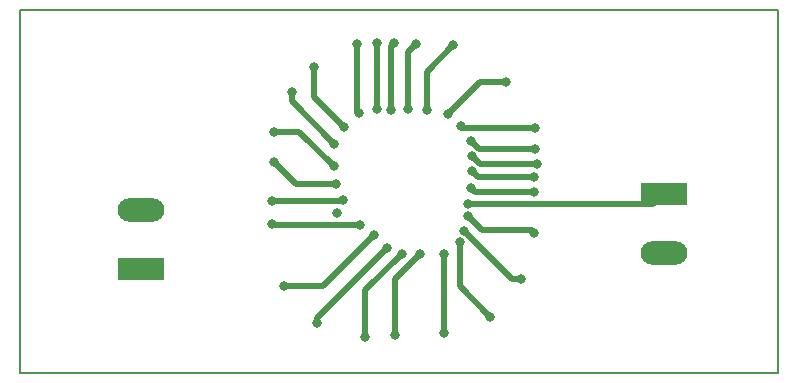
<source format=gbr>
%TF.GenerationSoftware,KiCad,Pcbnew,(6.0.9)*%
%TF.CreationDate,2022-11-24T21:30:43+02:00*%
%TF.ProjectId,transformer,7472616e-7366-46f7-926d-65722e6b6963,rev?*%
%TF.SameCoordinates,Original*%
%TF.FileFunction,Copper,L1,Top*%
%TF.FilePolarity,Positive*%
%FSLAX46Y46*%
G04 Gerber Fmt 4.6, Leading zero omitted, Abs format (unit mm)*
G04 Created by KiCad (PCBNEW (6.0.9)) date 2022-11-24 21:30:43*
%MOMM*%
%LPD*%
G01*
G04 APERTURE LIST*
%TA.AperFunction,Profile*%
%ADD10C,0.150000*%
%TD*%
%TA.AperFunction,ComponentPad*%
%ADD11R,3.960000X1.980000*%
%TD*%
%TA.AperFunction,ComponentPad*%
%ADD12O,3.960000X1.980000*%
%TD*%
%TA.AperFunction,ViaPad*%
%ADD13C,0.800000*%
%TD*%
%TA.AperFunction,Conductor*%
%ADD14C,0.500000*%
%TD*%
G04 APERTURE END LIST*
D10*
X102514400Y-135915400D02*
X166674800Y-135915400D01*
X166674800Y-135915400D02*
X166674800Y-166624000D01*
X166674800Y-166624000D02*
X102514400Y-166624000D01*
X102514400Y-166624000D02*
X102514400Y-135915400D01*
D11*
%TO.P,J2,1,Pin_1*%
%TO.N,Net-(J2-Pad1)*%
X157048200Y-151434800D03*
D12*
%TO.P,J2,2,Pin_2*%
X157048200Y-156434800D03*
%TD*%
D11*
%TO.P,J1,1,Pin_1*%
%TO.N,Net-(J1-Pad1)*%
X112750600Y-157810200D03*
D12*
%TO.P,J1,2,Pin_2*%
X112750600Y-152810200D03*
%TD*%
D13*
%TO.N,Net-(J2-Pad1)*%
X140462000Y-153365200D03*
X146050000Y-154736800D03*
X140081000Y-154584400D03*
X139750800Y-155524200D03*
X142341600Y-161848800D03*
X138404600Y-156514800D03*
X138404600Y-163245800D03*
X136372600Y-156554300D03*
X134289800Y-163449000D03*
X124841000Y-159232600D03*
X129895600Y-151942800D03*
X131749800Y-163576000D03*
X123875800Y-152069800D03*
X134874000Y-156514800D03*
X133629400Y-156006800D03*
X129068700Y-149123400D03*
X129311400Y-150596600D03*
X129133600Y-147243800D03*
X124042300Y-146202400D03*
X125523012Y-142795012D03*
X127660400Y-162407600D03*
X129971800Y-145796000D03*
X124042300Y-148767800D03*
X123875800Y-154025600D03*
X127431800Y-140716000D03*
X131296388Y-154098012D03*
X131241800Y-144653000D03*
X144983200Y-158699200D03*
X131089400Y-138734800D03*
X132715000Y-144297400D03*
X132461000Y-154965400D03*
X134162800Y-138684000D03*
X135382000Y-144297400D03*
X133908800Y-144348200D03*
X136067800Y-138785600D03*
X136956800Y-144373600D03*
X139192000Y-138887200D03*
X132765800Y-138684000D03*
X143637000Y-141986000D03*
X138785600Y-144678400D03*
X146126200Y-145897600D03*
X139874012Y-145723588D03*
X140716000Y-146989800D03*
X146151600Y-147650200D03*
X140780900Y-148285200D03*
X146304000Y-148945600D03*
X140780900Y-149504400D03*
X140716000Y-150926800D03*
X146035900Y-151282400D03*
X140487400Y-152323800D03*
X146075400Y-150063200D03*
%TO.N,Net-(J1-Pad1)*%
X129336800Y-153085800D03*
%TD*%
D14*
%TO.N,Net-(J2-Pad1)*%
X140512800Y-152349200D02*
X140487400Y-152323800D01*
X157048200Y-151434800D02*
X156133800Y-152349200D01*
X156133800Y-152349200D02*
X140512800Y-152349200D01*
X127660400Y-161975800D02*
X133629400Y-156006800D01*
X127660400Y-162407600D02*
X127660400Y-161975800D01*
X131749800Y-163576000D02*
X131749800Y-159639000D01*
X131749800Y-159639000D02*
X134874000Y-156514800D01*
X134289800Y-158637100D02*
X136372600Y-156554300D01*
X134289800Y-163449000D02*
X134289800Y-158637100D01*
X138404600Y-163245800D02*
X138404600Y-156514800D01*
X139750800Y-159258000D02*
X139750800Y-155524200D01*
X142341600Y-161848800D02*
X139750800Y-159258000D01*
X144195800Y-158699200D02*
X140081000Y-154584400D01*
X144983200Y-158699200D02*
X144195800Y-158699200D01*
X140462000Y-153365200D02*
X141630400Y-154533600D01*
X145846800Y-154533600D02*
X146050000Y-154736800D01*
X141630400Y-154533600D02*
X145846800Y-154533600D01*
X124841000Y-159232600D02*
X128193800Y-159232600D01*
X123948212Y-154098012D02*
X131296388Y-154098012D01*
X123875800Y-154025600D02*
X123948212Y-154098012D01*
X129768600Y-152069800D02*
X129895600Y-151942800D01*
X123875800Y-152069800D02*
X129768600Y-152069800D01*
X124042300Y-148767800D02*
X125871100Y-150596600D01*
X126147700Y-146202400D02*
X129068700Y-149123400D01*
X124042300Y-146202400D02*
X126147700Y-146202400D01*
X125871100Y-150596600D02*
X129311400Y-150596600D01*
X125523012Y-143633212D02*
X129133600Y-147243800D01*
X125523012Y-142795012D02*
X125523012Y-143633212D01*
X127431800Y-143256000D02*
X129971800Y-145796000D01*
X128193800Y-159232600D02*
X132461000Y-154965400D01*
X127431800Y-140716000D02*
X127431800Y-143256000D01*
X131089400Y-138734800D02*
X131089400Y-144500600D01*
X131089400Y-144500600D02*
X131241800Y-144653000D01*
X132765800Y-144246600D02*
X132715000Y-144297400D01*
X132765800Y-138684000D02*
X132765800Y-144246600D01*
X133908800Y-138938000D02*
X133908800Y-144348200D01*
X134162800Y-138684000D02*
X133908800Y-138938000D01*
X135382000Y-139471400D02*
X135382000Y-144297400D01*
X136067800Y-138785600D02*
X135382000Y-139471400D01*
X136956800Y-141122400D02*
X136956800Y-144373600D01*
X139192000Y-138887200D02*
X136956800Y-141122400D01*
X141478000Y-141986000D02*
X138785600Y-144678400D01*
X143637000Y-141986000D02*
X141478000Y-141986000D01*
X140048024Y-145897600D02*
X139874012Y-145723588D01*
X146126200Y-145897600D02*
X140048024Y-145897600D01*
X141376400Y-147650200D02*
X140716000Y-146989800D01*
X146151600Y-147650200D02*
X141376400Y-147650200D01*
X141441300Y-148945600D02*
X140780900Y-148285200D01*
X146304000Y-148945600D02*
X141441300Y-148945600D01*
X141339700Y-150063200D02*
X140780900Y-149504400D01*
X146075400Y-150063200D02*
X141339700Y-150063200D01*
X141071600Y-151282400D02*
X140716000Y-150926800D01*
X146035900Y-151282400D02*
X141071600Y-151282400D01*
%TD*%
M02*

</source>
